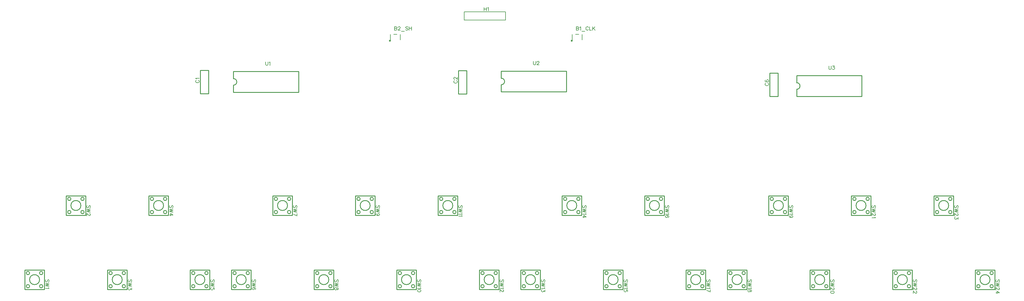
<source format=gto>
G04 Layer: TopSilkscreenLayer*
G04 EasyEDA v6.5.43, 2024-08-15 14:15:18*
G04 cb6e2e9fbd21486d88ae5690d2d3dc00,10*
G04 Gerber Generator version 0.2*
G04 Scale: 100 percent, Rotated: No, Reflected: No *
G04 Dimensions in millimeters *
G04 leading zeros omitted , absolute positions ,4 integer and 5 decimal *
%FSLAX45Y45*%
%MOMM*%

%ADD10C,0.1524*%
%ADD11C,0.2540*%
%ADD12C,0.2032*%
%ADD13C,0.2030*%
%ADD14C,0.3000*%
%ADD15C,0.0123*%

%LPD*%
D10*
X5739937Y4624532D02*
G01*
X5729546Y4619335D01*
X5719155Y4608944D01*
X5713961Y4598555D01*
X5713961Y4577773D01*
X5719155Y4567382D01*
X5729546Y4556991D01*
X5739937Y4551794D01*
X5755525Y4546600D01*
X5781502Y4546600D01*
X5797087Y4551794D01*
X5807478Y4556991D01*
X5817870Y4567382D01*
X5823064Y4577773D01*
X5823064Y4598555D01*
X5817870Y4608944D01*
X5807478Y4619335D01*
X5797087Y4624532D01*
X5734743Y4658822D02*
G01*
X5729546Y4669213D01*
X5713961Y4684798D01*
X5823064Y4684798D01*
X13673206Y4611832D02*
G01*
X13662814Y4606635D01*
X13652423Y4596244D01*
X13647229Y4585855D01*
X13647229Y4565073D01*
X13652423Y4554682D01*
X13662814Y4544291D01*
X13673206Y4539094D01*
X13688794Y4533900D01*
X13714770Y4533900D01*
X13730356Y4539094D01*
X13740747Y4544291D01*
X13751138Y4554682D01*
X13756332Y4565073D01*
X13756332Y4585855D01*
X13751138Y4596244D01*
X13740747Y4606635D01*
X13730356Y4611832D01*
X13673206Y4651316D02*
G01*
X13668011Y4651316D01*
X13657620Y4656513D01*
X13652423Y4661707D01*
X13647229Y4672098D01*
X13647229Y4692881D01*
X13652423Y4703272D01*
X13657620Y4708466D01*
X13668011Y4713663D01*
X13678402Y4713663D01*
X13688794Y4708466D01*
X13704379Y4698075D01*
X13756332Y4646122D01*
X13756332Y4718857D01*
X10082009Y-1596644D02*
G01*
X10092423Y-1586229D01*
X10097503Y-1570736D01*
X10097503Y-1549907D01*
X10092423Y-1534413D01*
X10082009Y-1524000D01*
X10071595Y-1524000D01*
X10061181Y-1529079D01*
X10055847Y-1534413D01*
X10050767Y-1544828D01*
X10040353Y-1576070D01*
X10035273Y-1586229D01*
X10029939Y-1591563D01*
X10019525Y-1596644D01*
X10004031Y-1596644D01*
X9993617Y-1586229D01*
X9988537Y-1570736D01*
X9988537Y-1549907D01*
X9993617Y-1534413D01*
X10004031Y-1524000D01*
X10097503Y-1630934D02*
G01*
X9988537Y-1657095D01*
X10097503Y-1683004D02*
G01*
X9988537Y-1657095D01*
X10097503Y-1683004D02*
G01*
X9988537Y-1708912D01*
X10097503Y-1734820D02*
G01*
X9988537Y-1708912D01*
X10097503Y-1795271D02*
G01*
X10092423Y-1779523D01*
X10082009Y-1774444D01*
X10071595Y-1774444D01*
X10061181Y-1779523D01*
X10055847Y-1789937D01*
X10050767Y-1810765D01*
X10045687Y-1826260D01*
X10035273Y-1836673D01*
X10024859Y-1842007D01*
X10009111Y-1842007D01*
X9998697Y-1836673D01*
X9993617Y-1831594D01*
X9988537Y-1816100D01*
X9988537Y-1795271D01*
X9993617Y-1779523D01*
X9998697Y-1774444D01*
X10009111Y-1769110D01*
X10024859Y-1769110D01*
X10035273Y-1774444D01*
X10045687Y-1784857D01*
X10050767Y-1800352D01*
X10055847Y-1821179D01*
X10061181Y-1831594D01*
X10071595Y-1836673D01*
X10082009Y-1836673D01*
X10092423Y-1831594D01*
X10097503Y-1816100D01*
X10097503Y-1795271D01*
X11352009Y689355D02*
G01*
X11362423Y699770D01*
X11367503Y715263D01*
X11367503Y736092D01*
X11362423Y751586D01*
X11352009Y762000D01*
X11341595Y762000D01*
X11331181Y756920D01*
X11325847Y751586D01*
X11320767Y741171D01*
X11310353Y709929D01*
X11305273Y699770D01*
X11299939Y694436D01*
X11289525Y689355D01*
X11274031Y689355D01*
X11263617Y699770D01*
X11258537Y715263D01*
X11258537Y736092D01*
X11263617Y751586D01*
X11274031Y762000D01*
X11367503Y655065D02*
G01*
X11258537Y628904D01*
X11367503Y602995D02*
G01*
X11258537Y628904D01*
X11367503Y602995D02*
G01*
X11258537Y577087D01*
X11367503Y551179D02*
G01*
X11258537Y577087D01*
X11331181Y449326D02*
G01*
X11315687Y454405D01*
X11305273Y464820D01*
X11299939Y480313D01*
X11299939Y485647D01*
X11305273Y501142D01*
X11315687Y511555D01*
X11331181Y516889D01*
X11336261Y516889D01*
X11352009Y511555D01*
X11362423Y501142D01*
X11367503Y485647D01*
X11367503Y480313D01*
X11362423Y464820D01*
X11352009Y454405D01*
X11331181Y449326D01*
X11305273Y449326D01*
X11279111Y454405D01*
X11263617Y464820D01*
X11258537Y480313D01*
X11258537Y490728D01*
X11263617Y506476D01*
X11274031Y511555D01*
X12622009Y-1596644D02*
G01*
X12632423Y-1586229D01*
X12637503Y-1570736D01*
X12637503Y-1549907D01*
X12632423Y-1534413D01*
X12622009Y-1524000D01*
X12611595Y-1524000D01*
X12601181Y-1529079D01*
X12595847Y-1534413D01*
X12590767Y-1544828D01*
X12580353Y-1576070D01*
X12575273Y-1586229D01*
X12569939Y-1591563D01*
X12559525Y-1596644D01*
X12544031Y-1596644D01*
X12533617Y-1586229D01*
X12528537Y-1570736D01*
X12528537Y-1549907D01*
X12533617Y-1534413D01*
X12544031Y-1524000D01*
X12637503Y-1630934D02*
G01*
X12528537Y-1657095D01*
X12637503Y-1683004D02*
G01*
X12528537Y-1657095D01*
X12637503Y-1683004D02*
G01*
X12528537Y-1708912D01*
X12637503Y-1734820D02*
G01*
X12528537Y-1708912D01*
X12616675Y-1769110D02*
G01*
X12622009Y-1779523D01*
X12637503Y-1795271D01*
X12528537Y-1795271D01*
X12637503Y-1860550D02*
G01*
X12632423Y-1845055D01*
X12616675Y-1834642D01*
X12590767Y-1829562D01*
X12575273Y-1829562D01*
X12549111Y-1834642D01*
X12533617Y-1845055D01*
X12528537Y-1860550D01*
X12528537Y-1870963D01*
X12533617Y-1886712D01*
X12549111Y-1897126D01*
X12575273Y-1902205D01*
X12590767Y-1902205D01*
X12616675Y-1897126D01*
X12632423Y-1886712D01*
X12637503Y-1870963D01*
X12637503Y-1860550D01*
X13892009Y689355D02*
G01*
X13902423Y699770D01*
X13907503Y715263D01*
X13907503Y736092D01*
X13902423Y751586D01*
X13892009Y762000D01*
X13881595Y762000D01*
X13871181Y756920D01*
X13865847Y751586D01*
X13860767Y741171D01*
X13850353Y709929D01*
X13845273Y699770D01*
X13839939Y694436D01*
X13829525Y689355D01*
X13814031Y689355D01*
X13803617Y699770D01*
X13798537Y715263D01*
X13798537Y736092D01*
X13803617Y751586D01*
X13814031Y762000D01*
X13907503Y655065D02*
G01*
X13798537Y628904D01*
X13907503Y602995D02*
G01*
X13798537Y628904D01*
X13907503Y602995D02*
G01*
X13798537Y577087D01*
X13907503Y551179D02*
G01*
X13798537Y577087D01*
X13886675Y516889D02*
G01*
X13892009Y506476D01*
X13907503Y490728D01*
X13798537Y490728D01*
X13886675Y456437D02*
G01*
X13892009Y446023D01*
X13907503Y430529D01*
X13798537Y430529D01*
X15162009Y-1596644D02*
G01*
X15172423Y-1586229D01*
X15177503Y-1570736D01*
X15177503Y-1549907D01*
X15172423Y-1534413D01*
X15162009Y-1524000D01*
X15151595Y-1524000D01*
X15141181Y-1529079D01*
X15135847Y-1534413D01*
X15130767Y-1544828D01*
X15120353Y-1576070D01*
X15115273Y-1586229D01*
X15109939Y-1591563D01*
X15099525Y-1596644D01*
X15084031Y-1596644D01*
X15073617Y-1586229D01*
X15068537Y-1570736D01*
X15068537Y-1549907D01*
X15073617Y-1534413D01*
X15084031Y-1524000D01*
X15177503Y-1630934D02*
G01*
X15068537Y-1657095D01*
X15177503Y-1683004D02*
G01*
X15068537Y-1657095D01*
X15177503Y-1683004D02*
G01*
X15068537Y-1708912D01*
X15177503Y-1734820D02*
G01*
X15068537Y-1708912D01*
X15156675Y-1769110D02*
G01*
X15162009Y-1779523D01*
X15177503Y-1795271D01*
X15068537Y-1795271D01*
X15151595Y-1834642D02*
G01*
X15156675Y-1834642D01*
X15167089Y-1839976D01*
X15172423Y-1845055D01*
X15177503Y-1855470D01*
X15177503Y-1876297D01*
X15172423Y-1886712D01*
X15167089Y-1891792D01*
X15156675Y-1897126D01*
X15146261Y-1897126D01*
X15135847Y-1891792D01*
X15120353Y-1881378D01*
X15068537Y-1829562D01*
X15068537Y-1902205D01*
X16432009Y-1596644D02*
G01*
X16442423Y-1586229D01*
X16447503Y-1570736D01*
X16447503Y-1549907D01*
X16442423Y-1534413D01*
X16432009Y-1524000D01*
X16421595Y-1524000D01*
X16411181Y-1529079D01*
X16405847Y-1534413D01*
X16400767Y-1544828D01*
X16390353Y-1576070D01*
X16385273Y-1586229D01*
X16379939Y-1591563D01*
X16369525Y-1596644D01*
X16354031Y-1596644D01*
X16343617Y-1586229D01*
X16338537Y-1570736D01*
X16338537Y-1549907D01*
X16343617Y-1534413D01*
X16354031Y-1524000D01*
X16447503Y-1630934D02*
G01*
X16338537Y-1657095D01*
X16447503Y-1683004D02*
G01*
X16338537Y-1657095D01*
X16447503Y-1683004D02*
G01*
X16338537Y-1708912D01*
X16447503Y-1734820D02*
G01*
X16338537Y-1708912D01*
X16426675Y-1769110D02*
G01*
X16432009Y-1779523D01*
X16447503Y-1795271D01*
X16338537Y-1795271D01*
X16447503Y-1839976D02*
G01*
X16447503Y-1897126D01*
X16405847Y-1865884D01*
X16405847Y-1881378D01*
X16400767Y-1891792D01*
X16395687Y-1897126D01*
X16379939Y-1902205D01*
X16369525Y-1902205D01*
X16354031Y-1897126D01*
X16343617Y-1886712D01*
X16338537Y-1870963D01*
X16338537Y-1855470D01*
X16343617Y-1839976D01*
X16348697Y-1834642D01*
X16359111Y-1829562D01*
X17702009Y689355D02*
G01*
X17712423Y699770D01*
X17717503Y715263D01*
X17717503Y736092D01*
X17712423Y751586D01*
X17702009Y762000D01*
X17691595Y762000D01*
X17681181Y756920D01*
X17675847Y751586D01*
X17670767Y741171D01*
X17660353Y709929D01*
X17655273Y699770D01*
X17649939Y694436D01*
X17639525Y689355D01*
X17624031Y689355D01*
X17613617Y699770D01*
X17608537Y715263D01*
X17608537Y736092D01*
X17613617Y751586D01*
X17624031Y762000D01*
X17717503Y655065D02*
G01*
X17608537Y628904D01*
X17717503Y602995D02*
G01*
X17608537Y628904D01*
X17717503Y602995D02*
G01*
X17608537Y577087D01*
X17717503Y551179D02*
G01*
X17608537Y577087D01*
X17696675Y516889D02*
G01*
X17702009Y506476D01*
X17717503Y490728D01*
X17608537Y490728D01*
X17717503Y404621D02*
G01*
X17644859Y456437D01*
X17644859Y378460D01*
X17717503Y404621D02*
G01*
X17608537Y404621D01*
X18972009Y-1596644D02*
G01*
X18982423Y-1586229D01*
X18987503Y-1570736D01*
X18987503Y-1549907D01*
X18982423Y-1534413D01*
X18972009Y-1524000D01*
X18961595Y-1524000D01*
X18951181Y-1529079D01*
X18945847Y-1534413D01*
X18940767Y-1544828D01*
X18930353Y-1576070D01*
X18925273Y-1586229D01*
X18919939Y-1591563D01*
X18909525Y-1596644D01*
X18894031Y-1596644D01*
X18883617Y-1586229D01*
X18878537Y-1570736D01*
X18878537Y-1549907D01*
X18883617Y-1534413D01*
X18894031Y-1524000D01*
X18987503Y-1630934D02*
G01*
X18878537Y-1657095D01*
X18987503Y-1683004D02*
G01*
X18878537Y-1657095D01*
X18987503Y-1683004D02*
G01*
X18878537Y-1708912D01*
X18987503Y-1734820D02*
G01*
X18878537Y-1708912D01*
X18966675Y-1769110D02*
G01*
X18972009Y-1779523D01*
X18987503Y-1795271D01*
X18878537Y-1795271D01*
X18987503Y-1891792D02*
G01*
X18987503Y-1839976D01*
X18940767Y-1834642D01*
X18945847Y-1839976D01*
X18951181Y-1855470D01*
X18951181Y-1870963D01*
X18945847Y-1886712D01*
X18935687Y-1897126D01*
X18919939Y-1902205D01*
X18909525Y-1902205D01*
X18894031Y-1897126D01*
X18883617Y-1886712D01*
X18878537Y-1870963D01*
X18878537Y-1855470D01*
X18883617Y-1839976D01*
X18888697Y-1834642D01*
X18899111Y-1829562D01*
X20242009Y689355D02*
G01*
X20252423Y699770D01*
X20257503Y715263D01*
X20257503Y736092D01*
X20252423Y751586D01*
X20242009Y762000D01*
X20231595Y762000D01*
X20221181Y756920D01*
X20215847Y751586D01*
X20210767Y741171D01*
X20200353Y709929D01*
X20195273Y699770D01*
X20189939Y694436D01*
X20179525Y689355D01*
X20164031Y689355D01*
X20153617Y699770D01*
X20148537Y715263D01*
X20148537Y736092D01*
X20153617Y751586D01*
X20164031Y762000D01*
X20257503Y655065D02*
G01*
X20148537Y628904D01*
X20257503Y602995D02*
G01*
X20148537Y628904D01*
X20257503Y602995D02*
G01*
X20148537Y577087D01*
X20257503Y551179D02*
G01*
X20148537Y577087D01*
X20236675Y516889D02*
G01*
X20242009Y506476D01*
X20257503Y490728D01*
X20148537Y490728D01*
X20242009Y394207D02*
G01*
X20252423Y399287D01*
X20257503Y415036D01*
X20257503Y425450D01*
X20252423Y440944D01*
X20236675Y451357D01*
X20210767Y456437D01*
X20184859Y456437D01*
X20164031Y451357D01*
X20153617Y440944D01*
X20148537Y425450D01*
X20148537Y420115D01*
X20153617Y404621D01*
X20164031Y394207D01*
X20179525Y388873D01*
X20184859Y388873D01*
X20200353Y394207D01*
X20210767Y404621D01*
X20215847Y420115D01*
X20215847Y425450D01*
X20210767Y440944D01*
X20200353Y451357D01*
X20184859Y456437D01*
X21512009Y-1596644D02*
G01*
X21522423Y-1586229D01*
X21527503Y-1570736D01*
X21527503Y-1549907D01*
X21522423Y-1534413D01*
X21512009Y-1524000D01*
X21501595Y-1524000D01*
X21491181Y-1529079D01*
X21485847Y-1534413D01*
X21480767Y-1544828D01*
X21470353Y-1576070D01*
X21465273Y-1586229D01*
X21459939Y-1591563D01*
X21449525Y-1596644D01*
X21434031Y-1596644D01*
X21423617Y-1586229D01*
X21418537Y-1570736D01*
X21418537Y-1549907D01*
X21423617Y-1534413D01*
X21434031Y-1524000D01*
X21527503Y-1630934D02*
G01*
X21418537Y-1657095D01*
X21527503Y-1683004D02*
G01*
X21418537Y-1657095D01*
X21527503Y-1683004D02*
G01*
X21418537Y-1708912D01*
X21527503Y-1734820D02*
G01*
X21418537Y-1708912D01*
X21506675Y-1769110D02*
G01*
X21512009Y-1779523D01*
X21527503Y-1795271D01*
X21418537Y-1795271D01*
X21527503Y-1902205D02*
G01*
X21418537Y-1850389D01*
X21527503Y-1829562D02*
G01*
X21527503Y-1902205D01*
X22782009Y-1596644D02*
G01*
X22792423Y-1586229D01*
X22797503Y-1570736D01*
X22797503Y-1549907D01*
X22792423Y-1534413D01*
X22782009Y-1524000D01*
X22771595Y-1524000D01*
X22761181Y-1529079D01*
X22755847Y-1534413D01*
X22750767Y-1544828D01*
X22740353Y-1576070D01*
X22735273Y-1586229D01*
X22729939Y-1591563D01*
X22719525Y-1596644D01*
X22704031Y-1596644D01*
X22693617Y-1586229D01*
X22688537Y-1570736D01*
X22688537Y-1549907D01*
X22693617Y-1534413D01*
X22704031Y-1524000D01*
X22797503Y-1630934D02*
G01*
X22688537Y-1657095D01*
X22797503Y-1683004D02*
G01*
X22688537Y-1657095D01*
X22797503Y-1683004D02*
G01*
X22688537Y-1708912D01*
X22797503Y-1734820D02*
G01*
X22688537Y-1708912D01*
X22776675Y-1769110D02*
G01*
X22782009Y-1779523D01*
X22797503Y-1795271D01*
X22688537Y-1795271D01*
X22797503Y-1855470D02*
G01*
X22792423Y-1839976D01*
X22782009Y-1834642D01*
X22771595Y-1834642D01*
X22761181Y-1839976D01*
X22755847Y-1850389D01*
X22750767Y-1870963D01*
X22745687Y-1886712D01*
X22735273Y-1897126D01*
X22724859Y-1902205D01*
X22709111Y-1902205D01*
X22698697Y-1897126D01*
X22693617Y-1891792D01*
X22688537Y-1876297D01*
X22688537Y-1855470D01*
X22693617Y-1839976D01*
X22698697Y-1834642D01*
X22709111Y-1829562D01*
X22724859Y-1829562D01*
X22735273Y-1834642D01*
X22745687Y-1845055D01*
X22750767Y-1860550D01*
X22755847Y-1881378D01*
X22761181Y-1891792D01*
X22771595Y-1897126D01*
X22782009Y-1897126D01*
X22792423Y-1891792D01*
X22797503Y-1876297D01*
X22797503Y-1855470D01*
X24052009Y689355D02*
G01*
X24062423Y699770D01*
X24067503Y715263D01*
X24067503Y736092D01*
X24062423Y751586D01*
X24052009Y762000D01*
X24041595Y762000D01*
X24031181Y756920D01*
X24025847Y751586D01*
X24020767Y741171D01*
X24010353Y709929D01*
X24005273Y699770D01*
X23999939Y694436D01*
X23989525Y689355D01*
X23974031Y689355D01*
X23963617Y699770D01*
X23958537Y715263D01*
X23958537Y736092D01*
X23963617Y751586D01*
X23974031Y762000D01*
X24067503Y655065D02*
G01*
X23958537Y628904D01*
X24067503Y602995D02*
G01*
X23958537Y628904D01*
X24067503Y602995D02*
G01*
X23958537Y577087D01*
X24067503Y551179D02*
G01*
X23958537Y577087D01*
X24046675Y516889D02*
G01*
X24052009Y506476D01*
X24067503Y490728D01*
X23958537Y490728D01*
X24031181Y388873D02*
G01*
X24015687Y394207D01*
X24005273Y404621D01*
X23999939Y420115D01*
X23999939Y425450D01*
X24005273Y440944D01*
X24015687Y451357D01*
X24031181Y456437D01*
X24036261Y456437D01*
X24052009Y451357D01*
X24062423Y440944D01*
X24067503Y425450D01*
X24067503Y420115D01*
X24062423Y404621D01*
X24052009Y394207D01*
X24031181Y388873D01*
X24005273Y388873D01*
X23979111Y394207D01*
X23963617Y404621D01*
X23958537Y420115D01*
X23958537Y430529D01*
X23963617Y446023D01*
X23974031Y451357D01*
X25322009Y-1596644D02*
G01*
X25332423Y-1586229D01*
X25337503Y-1570736D01*
X25337503Y-1549907D01*
X25332423Y-1534413D01*
X25322009Y-1524000D01*
X25311595Y-1524000D01*
X25301181Y-1529079D01*
X25295847Y-1534413D01*
X25290767Y-1544828D01*
X25280353Y-1576070D01*
X25275273Y-1586229D01*
X25269939Y-1591563D01*
X25259525Y-1596644D01*
X25244031Y-1596644D01*
X25233617Y-1586229D01*
X25228537Y-1570736D01*
X25228537Y-1549907D01*
X25233617Y-1534413D01*
X25244031Y-1524000D01*
X25337503Y-1630934D02*
G01*
X25228537Y-1657095D01*
X25337503Y-1683004D02*
G01*
X25228537Y-1657095D01*
X25337503Y-1683004D02*
G01*
X25228537Y-1708912D01*
X25337503Y-1734820D02*
G01*
X25228537Y-1708912D01*
X25311595Y-1774444D02*
G01*
X25316675Y-1774444D01*
X25327089Y-1779523D01*
X25332423Y-1784857D01*
X25337503Y-1795271D01*
X25337503Y-1816100D01*
X25332423Y-1826260D01*
X25327089Y-1831594D01*
X25316675Y-1836673D01*
X25306261Y-1836673D01*
X25295847Y-1831594D01*
X25280353Y-1821179D01*
X25228537Y-1769110D01*
X25228537Y-1842007D01*
X25337503Y-1907539D02*
G01*
X25332423Y-1891792D01*
X25316675Y-1881378D01*
X25290767Y-1876297D01*
X25275273Y-1876297D01*
X25249111Y-1881378D01*
X25233617Y-1891792D01*
X25228537Y-1907539D01*
X25228537Y-1917700D01*
X25233617Y-1933447D01*
X25249111Y-1943862D01*
X25275273Y-1948942D01*
X25290767Y-1948942D01*
X25316675Y-1943862D01*
X25332423Y-1933447D01*
X25337503Y-1917700D01*
X25337503Y-1907539D01*
X26592009Y689355D02*
G01*
X26602423Y699770D01*
X26607503Y715263D01*
X26607503Y736092D01*
X26602423Y751586D01*
X26592009Y762000D01*
X26581595Y762000D01*
X26571181Y756920D01*
X26565847Y751586D01*
X26560767Y741171D01*
X26550353Y709929D01*
X26545273Y699770D01*
X26539939Y694436D01*
X26529525Y689355D01*
X26514031Y689355D01*
X26503617Y699770D01*
X26498537Y715263D01*
X26498537Y736092D01*
X26503617Y751586D01*
X26514031Y762000D01*
X26607503Y655065D02*
G01*
X26498537Y628904D01*
X26607503Y602995D02*
G01*
X26498537Y628904D01*
X26607503Y602995D02*
G01*
X26498537Y577087D01*
X26607503Y551179D02*
G01*
X26498537Y577087D01*
X26581595Y511555D02*
G01*
X26586675Y511555D01*
X26597089Y506476D01*
X26602423Y501142D01*
X26607503Y490728D01*
X26607503Y469900D01*
X26602423Y459739D01*
X26597089Y454405D01*
X26586675Y449326D01*
X26576261Y449326D01*
X26565847Y454405D01*
X26550353Y464820D01*
X26498537Y516889D01*
X26498537Y443992D01*
X26586675Y409702D02*
G01*
X26592009Y399287D01*
X26607503Y383794D01*
X26498537Y383794D01*
X27862009Y-1596644D02*
G01*
X27872423Y-1586229D01*
X27877503Y-1570736D01*
X27877503Y-1549907D01*
X27872423Y-1534413D01*
X27862009Y-1524000D01*
X27851595Y-1524000D01*
X27841181Y-1529079D01*
X27835847Y-1534413D01*
X27830767Y-1544828D01*
X27820353Y-1576070D01*
X27815273Y-1586229D01*
X27809939Y-1591563D01*
X27799525Y-1596644D01*
X27784031Y-1596644D01*
X27773617Y-1586229D01*
X27768537Y-1570736D01*
X27768537Y-1549907D01*
X27773617Y-1534413D01*
X27784031Y-1524000D01*
X27877503Y-1630934D02*
G01*
X27768537Y-1657095D01*
X27877503Y-1683004D02*
G01*
X27768537Y-1657095D01*
X27877503Y-1683004D02*
G01*
X27768537Y-1708912D01*
X27877503Y-1734820D02*
G01*
X27768537Y-1708912D01*
X27851595Y-1774444D02*
G01*
X27856675Y-1774444D01*
X27867089Y-1779523D01*
X27872423Y-1784857D01*
X27877503Y-1795271D01*
X27877503Y-1816100D01*
X27872423Y-1826260D01*
X27867089Y-1831594D01*
X27856675Y-1836673D01*
X27846261Y-1836673D01*
X27835847Y-1831594D01*
X27820353Y-1821179D01*
X27768537Y-1769110D01*
X27768537Y-1842007D01*
X27851595Y-1881378D02*
G01*
X27856675Y-1881378D01*
X27867089Y-1886712D01*
X27872423Y-1891792D01*
X27877503Y-1902205D01*
X27877503Y-1923034D01*
X27872423Y-1933447D01*
X27867089Y-1938528D01*
X27856675Y-1943862D01*
X27846261Y-1943862D01*
X27835847Y-1938528D01*
X27820353Y-1928113D01*
X27768537Y-1876297D01*
X27768537Y-1948942D01*
X29132009Y689355D02*
G01*
X29142423Y699770D01*
X29147503Y715263D01*
X29147503Y736092D01*
X29142423Y751586D01*
X29132009Y762000D01*
X29121595Y762000D01*
X29111181Y756920D01*
X29105847Y751586D01*
X29100767Y741171D01*
X29090353Y709929D01*
X29085273Y699770D01*
X29079939Y694436D01*
X29069525Y689355D01*
X29054031Y689355D01*
X29043617Y699770D01*
X29038537Y715263D01*
X29038537Y736092D01*
X29043617Y751586D01*
X29054031Y762000D01*
X29147503Y655065D02*
G01*
X29038537Y628904D01*
X29147503Y602995D02*
G01*
X29038537Y628904D01*
X29147503Y602995D02*
G01*
X29038537Y577087D01*
X29147503Y551179D02*
G01*
X29038537Y577087D01*
X29121595Y511555D02*
G01*
X29126675Y511555D01*
X29137089Y506476D01*
X29142423Y501142D01*
X29147503Y490728D01*
X29147503Y469900D01*
X29142423Y459739D01*
X29137089Y454405D01*
X29126675Y449326D01*
X29116261Y449326D01*
X29105847Y454405D01*
X29090353Y464820D01*
X29038537Y516889D01*
X29038537Y443992D01*
X29147503Y399287D02*
G01*
X29147503Y342137D01*
X29105847Y373379D01*
X29105847Y357886D01*
X29100767Y347471D01*
X29095687Y342137D01*
X29079939Y337057D01*
X29069525Y337057D01*
X29054031Y342137D01*
X29043617Y352552D01*
X29038537Y368300D01*
X29038537Y383794D01*
X29043617Y399287D01*
X29048697Y404621D01*
X29059111Y409702D01*
X30402009Y-1596644D02*
G01*
X30412423Y-1586229D01*
X30417503Y-1570736D01*
X30417503Y-1549907D01*
X30412423Y-1534413D01*
X30402009Y-1524000D01*
X30391595Y-1524000D01*
X30381181Y-1529079D01*
X30375847Y-1534413D01*
X30370767Y-1544828D01*
X30360353Y-1576070D01*
X30355273Y-1586229D01*
X30349939Y-1591563D01*
X30339525Y-1596644D01*
X30324031Y-1596644D01*
X30313617Y-1586229D01*
X30308537Y-1570736D01*
X30308537Y-1549907D01*
X30313617Y-1534413D01*
X30324031Y-1524000D01*
X30417503Y-1630934D02*
G01*
X30308537Y-1657095D01*
X30417503Y-1683004D02*
G01*
X30308537Y-1657095D01*
X30417503Y-1683004D02*
G01*
X30308537Y-1708912D01*
X30417503Y-1734820D02*
G01*
X30308537Y-1708912D01*
X30391595Y-1774444D02*
G01*
X30396675Y-1774444D01*
X30407089Y-1779523D01*
X30412423Y-1784857D01*
X30417503Y-1795271D01*
X30417503Y-1816100D01*
X30412423Y-1826260D01*
X30407089Y-1831594D01*
X30396675Y-1836673D01*
X30386261Y-1836673D01*
X30375847Y-1831594D01*
X30360353Y-1821179D01*
X30308537Y-1769110D01*
X30308537Y-1842007D01*
X30417503Y-1928113D02*
G01*
X30344859Y-1876297D01*
X30344859Y-1954276D01*
X30417503Y-1928113D02*
G01*
X30308537Y-1928113D01*
X1192009Y-1596669D02*
G01*
X1202423Y-1586255D01*
X1207503Y-1570761D01*
X1207503Y-1549933D01*
X1202423Y-1534439D01*
X1192009Y-1524025D01*
X1181595Y-1524025D01*
X1171181Y-1529105D01*
X1165847Y-1534439D01*
X1160767Y-1544853D01*
X1150353Y-1575841D01*
X1145273Y-1586255D01*
X1139939Y-1591589D01*
X1129525Y-1596669D01*
X1114031Y-1596669D01*
X1103617Y-1586255D01*
X1098537Y-1570761D01*
X1098537Y-1549933D01*
X1103617Y-1534439D01*
X1114031Y-1524025D01*
X1207503Y-1630959D02*
G01*
X1098537Y-1657121D01*
X1207503Y-1683029D02*
G01*
X1098537Y-1657121D01*
X1207503Y-1683029D02*
G01*
X1098537Y-1708937D01*
X1207503Y-1734845D02*
G01*
X1098537Y-1708937D01*
X1186675Y-1769135D02*
G01*
X1192009Y-1779549D01*
X1207503Y-1795297D01*
X1098537Y-1795297D01*
X2462009Y689355D02*
G01*
X2472423Y699770D01*
X2477503Y715263D01*
X2477503Y736092D01*
X2472423Y751586D01*
X2462009Y762000D01*
X2451595Y762000D01*
X2441181Y756920D01*
X2435847Y751586D01*
X2430767Y741171D01*
X2420353Y709929D01*
X2415273Y699770D01*
X2409939Y694436D01*
X2399525Y689355D01*
X2384031Y689355D01*
X2373617Y699770D01*
X2368283Y715263D01*
X2368283Y736092D01*
X2373617Y751586D01*
X2384031Y762000D01*
X2477503Y655065D02*
G01*
X2368283Y628904D01*
X2477503Y602995D02*
G01*
X2368283Y628904D01*
X2477503Y602995D02*
G01*
X2368283Y577087D01*
X2477503Y551179D02*
G01*
X2368283Y577087D01*
X2451595Y511555D02*
G01*
X2456675Y511555D01*
X2467089Y506476D01*
X2472423Y501142D01*
X2477503Y490728D01*
X2477503Y469900D01*
X2472423Y459739D01*
X2467089Y454405D01*
X2456675Y449326D01*
X2446261Y449326D01*
X2435847Y454405D01*
X2420353Y464820D01*
X2368283Y516889D01*
X2368283Y443992D01*
X3732009Y-1596644D02*
G01*
X3742423Y-1586229D01*
X3747503Y-1570736D01*
X3747503Y-1549907D01*
X3742423Y-1534413D01*
X3732009Y-1524000D01*
X3721595Y-1524000D01*
X3711181Y-1529079D01*
X3705847Y-1534413D01*
X3700767Y-1544828D01*
X3690353Y-1576070D01*
X3685273Y-1586229D01*
X3679939Y-1591563D01*
X3669525Y-1596644D01*
X3654031Y-1596644D01*
X3643617Y-1586229D01*
X3638283Y-1570736D01*
X3638283Y-1549907D01*
X3643617Y-1534413D01*
X3654031Y-1524000D01*
X3747503Y-1630934D02*
G01*
X3638283Y-1657095D01*
X3747503Y-1683004D02*
G01*
X3638283Y-1657095D01*
X3747503Y-1683004D02*
G01*
X3638283Y-1708912D01*
X3747503Y-1734820D02*
G01*
X3638283Y-1708912D01*
X3747503Y-1779523D02*
G01*
X3747503Y-1836673D01*
X3705847Y-1805686D01*
X3705847Y-1821179D01*
X3700767Y-1831594D01*
X3695433Y-1836673D01*
X3679939Y-1842007D01*
X3669525Y-1842007D01*
X3654031Y-1836673D01*
X3643617Y-1826260D01*
X3638283Y-1810765D01*
X3638283Y-1795271D01*
X3643617Y-1779523D01*
X3648697Y-1774444D01*
X3659111Y-1769110D01*
X5002009Y689355D02*
G01*
X5012423Y699770D01*
X5017503Y715263D01*
X5017503Y736092D01*
X5012423Y751586D01*
X5002009Y762000D01*
X4991595Y762000D01*
X4981181Y756920D01*
X4975847Y751586D01*
X4970767Y741171D01*
X4960353Y709929D01*
X4955273Y699770D01*
X4949939Y694436D01*
X4939525Y689355D01*
X4924031Y689355D01*
X4913617Y699770D01*
X4908283Y715263D01*
X4908283Y736092D01*
X4913617Y751586D01*
X4924031Y762000D01*
X5017503Y655065D02*
G01*
X4908283Y628904D01*
X5017503Y602995D02*
G01*
X4908283Y628904D01*
X5017503Y602995D02*
G01*
X4908283Y577087D01*
X5017503Y551179D02*
G01*
X4908283Y577087D01*
X5017503Y464820D02*
G01*
X4944859Y516889D01*
X4944859Y438912D01*
X5017503Y464820D02*
G01*
X4908283Y464820D01*
X6272009Y-1596644D02*
G01*
X6282423Y-1586229D01*
X6287503Y-1570736D01*
X6287503Y-1549907D01*
X6282423Y-1534413D01*
X6272009Y-1524000D01*
X6261595Y-1524000D01*
X6251181Y-1529079D01*
X6245847Y-1534413D01*
X6240767Y-1544828D01*
X6230353Y-1576070D01*
X6225273Y-1586229D01*
X6219939Y-1591563D01*
X6209525Y-1596644D01*
X6194031Y-1596644D01*
X6183617Y-1586229D01*
X6178283Y-1570736D01*
X6178283Y-1549907D01*
X6183617Y-1534413D01*
X6194031Y-1524000D01*
X6287503Y-1630934D02*
G01*
X6178283Y-1657095D01*
X6287503Y-1683004D02*
G01*
X6178283Y-1657095D01*
X6287503Y-1683004D02*
G01*
X6178283Y-1708912D01*
X6287503Y-1734820D02*
G01*
X6178283Y-1708912D01*
X6287503Y-1831594D02*
G01*
X6287503Y-1779523D01*
X6240767Y-1774444D01*
X6245847Y-1779523D01*
X6251181Y-1795271D01*
X6251181Y-1810765D01*
X6245847Y-1826260D01*
X6235433Y-1836673D01*
X6219939Y-1842007D01*
X6209525Y-1842007D01*
X6194031Y-1836673D01*
X6183617Y-1826260D01*
X6178283Y-1810765D01*
X6178283Y-1795271D01*
X6183617Y-1779523D01*
X6188697Y-1774444D01*
X6199111Y-1769110D01*
X7542009Y-1596644D02*
G01*
X7552423Y-1586229D01*
X7557503Y-1570736D01*
X7557503Y-1549907D01*
X7552423Y-1534413D01*
X7542009Y-1524000D01*
X7531595Y-1524000D01*
X7521181Y-1529079D01*
X7515847Y-1534413D01*
X7510767Y-1544828D01*
X7500353Y-1576070D01*
X7495273Y-1586229D01*
X7489939Y-1591563D01*
X7479525Y-1596644D01*
X7464031Y-1596644D01*
X7453617Y-1586229D01*
X7448283Y-1570736D01*
X7448283Y-1549907D01*
X7453617Y-1534413D01*
X7464031Y-1524000D01*
X7557503Y-1630934D02*
G01*
X7448283Y-1657095D01*
X7557503Y-1683004D02*
G01*
X7448283Y-1657095D01*
X7557503Y-1683004D02*
G01*
X7448283Y-1708912D01*
X7557503Y-1734820D02*
G01*
X7448283Y-1708912D01*
X7542009Y-1831594D02*
G01*
X7552423Y-1826260D01*
X7557503Y-1810765D01*
X7557503Y-1800352D01*
X7552423Y-1784857D01*
X7536675Y-1774444D01*
X7510767Y-1769110D01*
X7484859Y-1769110D01*
X7464031Y-1774444D01*
X7453617Y-1784857D01*
X7448283Y-1800352D01*
X7448283Y-1805686D01*
X7453617Y-1821179D01*
X7464031Y-1831594D01*
X7479525Y-1836673D01*
X7484859Y-1836673D01*
X7500353Y-1831594D01*
X7510767Y-1821179D01*
X7515847Y-1805686D01*
X7515847Y-1800352D01*
X7510767Y-1784857D01*
X7500353Y-1774444D01*
X7484859Y-1769110D01*
X8812009Y689355D02*
G01*
X8822423Y699770D01*
X8827503Y715263D01*
X8827503Y736092D01*
X8822423Y751586D01*
X8812009Y762000D01*
X8801595Y762000D01*
X8791181Y756920D01*
X8785847Y751586D01*
X8780767Y741171D01*
X8770353Y709929D01*
X8765273Y699770D01*
X8759939Y694436D01*
X8749525Y689355D01*
X8734031Y689355D01*
X8723617Y699770D01*
X8718283Y715263D01*
X8718283Y736092D01*
X8723617Y751586D01*
X8734031Y762000D01*
X8827503Y655065D02*
G01*
X8718283Y628904D01*
X8827503Y602995D02*
G01*
X8718283Y628904D01*
X8827503Y602995D02*
G01*
X8718283Y577087D01*
X8827503Y551179D02*
G01*
X8718283Y577087D01*
X8827503Y443992D02*
G01*
X8718283Y496062D01*
X8827503Y516889D02*
G01*
X8827503Y443992D01*
X23240491Y4535678D02*
G01*
X23230077Y4530344D01*
X23219663Y4519929D01*
X23214584Y4509770D01*
X23214584Y4488942D01*
X23219663Y4478528D01*
X23230077Y4468113D01*
X23240491Y4462779D01*
X23256240Y4457700D01*
X23282148Y4457700D01*
X23297641Y4462779D01*
X23308056Y4468113D01*
X23318470Y4478528D01*
X23323550Y4488942D01*
X23323550Y4509770D01*
X23318470Y4519929D01*
X23308056Y4530344D01*
X23297641Y4535678D01*
X23230077Y4632197D02*
G01*
X23219663Y4627118D01*
X23214584Y4611370D01*
X23214584Y4601210D01*
X23219663Y4585462D01*
X23235411Y4575047D01*
X23261320Y4569968D01*
X23287227Y4569968D01*
X23308056Y4575047D01*
X23318470Y4585462D01*
X23323550Y4601210D01*
X23323550Y4606289D01*
X23318470Y4621784D01*
X23308056Y4632197D01*
X23292561Y4637531D01*
X23287227Y4637531D01*
X23271734Y4632197D01*
X23261320Y4621784D01*
X23256240Y4606289D01*
X23256240Y4601210D01*
X23261320Y4585462D01*
X23271734Y4575047D01*
X23287227Y4569968D01*
X7862163Y5191937D02*
G01*
X7862163Y5113959D01*
X7867243Y5098465D01*
X7877657Y5088051D01*
X7893405Y5082971D01*
X7903819Y5082971D01*
X7919313Y5088051D01*
X7929727Y5098465D01*
X7934807Y5113959D01*
X7934807Y5191937D01*
X7969097Y5171109D02*
G01*
X7979511Y5176443D01*
X7995259Y5191937D01*
X7995259Y5082971D01*
X16091763Y5204637D02*
G01*
X16091763Y5126659D01*
X16096843Y5111165D01*
X16107257Y5100751D01*
X16123005Y5095671D01*
X16133419Y5095671D01*
X16148913Y5100751D01*
X16159327Y5111165D01*
X16164407Y5126659D01*
X16164407Y5204637D01*
X16204031Y5178729D02*
G01*
X16204031Y5183809D01*
X16209111Y5194223D01*
X16214445Y5199557D01*
X16224859Y5204637D01*
X16245433Y5204637D01*
X16255847Y5199557D01*
X16261181Y5194223D01*
X16266261Y5183809D01*
X16266261Y5173395D01*
X16261181Y5162981D01*
X16250767Y5147487D01*
X16198697Y5095671D01*
X16271595Y5095671D01*
X25172263Y5064937D02*
G01*
X25172263Y4986959D01*
X25177343Y4971465D01*
X25187757Y4961051D01*
X25203505Y4955971D01*
X25213919Y4955971D01*
X25229413Y4961051D01*
X25239827Y4971465D01*
X25244907Y4986959D01*
X25244907Y5064937D01*
X25289611Y5064937D02*
G01*
X25346761Y5064937D01*
X25315773Y5023281D01*
X25331267Y5023281D01*
X25341681Y5018201D01*
X25346761Y5013121D01*
X25352095Y4997373D01*
X25352095Y4986959D01*
X25346761Y4971465D01*
X25336347Y4961051D01*
X25320853Y4955971D01*
X25305359Y4955971D01*
X25289611Y4961051D01*
X25284531Y4966131D01*
X25279197Y4976545D01*
X17411700Y6274815D02*
G01*
X17411700Y6165850D01*
X17411700Y6274815D02*
G01*
X17458436Y6274815D01*
X17473929Y6269736D01*
X17479263Y6264402D01*
X17484343Y6253987D01*
X17484343Y6243573D01*
X17479263Y6233160D01*
X17473929Y6228079D01*
X17458436Y6223000D01*
X17411700Y6223000D02*
G01*
X17458436Y6223000D01*
X17473929Y6217665D01*
X17479263Y6212586D01*
X17484343Y6202171D01*
X17484343Y6186423D01*
X17479263Y6176010D01*
X17473929Y6170929D01*
X17458436Y6165850D01*
X17411700Y6165850D01*
X17518634Y6253987D02*
G01*
X17529048Y6259321D01*
X17544795Y6274815D01*
X17544795Y6165850D01*
X17579086Y6129273D02*
G01*
X17672558Y6129273D01*
X17784825Y6248907D02*
G01*
X17779491Y6259321D01*
X17769077Y6269736D01*
X17758663Y6274815D01*
X17738090Y6274815D01*
X17727675Y6269736D01*
X17717261Y6259321D01*
X17711927Y6248907D01*
X17706848Y6233160D01*
X17706848Y6207252D01*
X17711927Y6191757D01*
X17717261Y6181344D01*
X17727675Y6170929D01*
X17738090Y6165850D01*
X17758663Y6165850D01*
X17769077Y6170929D01*
X17779491Y6181344D01*
X17784825Y6191757D01*
X17819116Y6274815D02*
G01*
X17819116Y6165850D01*
X17819116Y6165850D02*
G01*
X17881345Y6165850D01*
X17915636Y6274815D02*
G01*
X17915636Y6165850D01*
X17988279Y6274815D02*
G01*
X17915636Y6202171D01*
X17941543Y6228079D02*
G01*
X17988279Y6165850D01*
X11823700Y6274815D02*
G01*
X11823700Y6165850D01*
X11823700Y6274815D02*
G01*
X11870436Y6274815D01*
X11885929Y6269736D01*
X11891263Y6264402D01*
X11896343Y6253987D01*
X11896343Y6243573D01*
X11891263Y6233160D01*
X11885929Y6228079D01*
X11870436Y6223000D01*
X11823700Y6223000D02*
G01*
X11870436Y6223000D01*
X11885929Y6217665D01*
X11891263Y6212586D01*
X11896343Y6202171D01*
X11896343Y6186423D01*
X11891263Y6176010D01*
X11885929Y6170929D01*
X11870436Y6165850D01*
X11823700Y6165850D01*
X11935968Y6248907D02*
G01*
X11935968Y6253987D01*
X11941047Y6264402D01*
X11946381Y6269736D01*
X11956795Y6274815D01*
X11977370Y6274815D01*
X11987784Y6269736D01*
X11993118Y6264402D01*
X11998197Y6253987D01*
X11998197Y6243573D01*
X11993118Y6233160D01*
X11982704Y6217665D01*
X11930634Y6165850D01*
X12003531Y6165850D01*
X12037822Y6129273D02*
G01*
X12131293Y6129273D01*
X12238227Y6259321D02*
G01*
X12227813Y6269736D01*
X12212320Y6274815D01*
X12191491Y6274815D01*
X12175997Y6269736D01*
X12165584Y6259321D01*
X12165584Y6248907D01*
X12170663Y6238494D01*
X12175997Y6233160D01*
X12186411Y6228079D01*
X12217400Y6217665D01*
X12227813Y6212586D01*
X12233147Y6207252D01*
X12238227Y6196837D01*
X12238227Y6181344D01*
X12227813Y6170929D01*
X12212320Y6165850D01*
X12191491Y6165850D01*
X12175997Y6170929D01*
X12165584Y6181344D01*
X12272518Y6274815D02*
G01*
X12272518Y6165850D01*
X12345415Y6274815D02*
G01*
X12345415Y6165850D01*
X12272518Y6223000D02*
G01*
X12345415Y6223000D01*
X14579600Y6871715D02*
G01*
X14579600Y6762750D01*
X14652243Y6871715D02*
G01*
X14652243Y6762750D01*
X14579600Y6819900D02*
G01*
X14652243Y6819900D01*
X14686534Y6850887D02*
G01*
X14696947Y6856221D01*
X14712695Y6871715D01*
X14712695Y6762750D01*
D11*
X5856706Y4212005D02*
G01*
X6106693Y4212005D01*
X5856706Y4212005D02*
G01*
X5856706Y4931994D01*
X6106693Y4931994D02*
G01*
X5856706Y4931994D01*
X6106693Y4931994D02*
G01*
X6106693Y4212005D01*
X13789974Y4199305D02*
G01*
X14039961Y4199305D01*
X13789974Y4199305D02*
G01*
X13789974Y4919294D01*
X14039961Y4919294D02*
G01*
X13789974Y4919294D01*
X14039961Y4919294D02*
G01*
X14039961Y4199305D01*
X9951986Y-1224000D02*
G01*
X9951986Y-1823999D01*
X9351987Y-1823999D01*
X9351987Y-1224000D01*
X9951986Y-1224000D01*
X11221986Y1061999D02*
G01*
X11221986Y462000D01*
X10621987Y462000D01*
X10621987Y1061999D01*
X11221986Y1061999D01*
X12491986Y-1224000D02*
G01*
X12491986Y-1823999D01*
X11891987Y-1823999D01*
X11891987Y-1224000D01*
X12491986Y-1224000D01*
X13761986Y1061999D02*
G01*
X13761986Y462000D01*
X13161987Y462000D01*
X13161987Y1061999D01*
X13761986Y1061999D01*
X15031986Y-1224000D02*
G01*
X15031986Y-1823999D01*
X14431987Y-1823999D01*
X14431987Y-1224000D01*
X15031986Y-1224000D01*
X16301986Y-1224000D02*
G01*
X16301986Y-1823999D01*
X15701987Y-1823999D01*
X15701987Y-1224000D01*
X16301986Y-1224000D01*
X17571986Y1061999D02*
G01*
X17571986Y462000D01*
X16971987Y462000D01*
X16971987Y1061999D01*
X17571986Y1061999D01*
X18841986Y-1224000D02*
G01*
X18841986Y-1823999D01*
X18241987Y-1823999D01*
X18241987Y-1224000D01*
X18841986Y-1224000D01*
X20111986Y1061999D02*
G01*
X20111986Y462000D01*
X19511987Y462000D01*
X19511987Y1061999D01*
X20111986Y1061999D01*
X21381986Y-1224000D02*
G01*
X21381986Y-1823999D01*
X20781987Y-1823999D01*
X20781987Y-1224000D01*
X21381986Y-1224000D01*
X22651986Y-1224000D02*
G01*
X22651986Y-1823999D01*
X22051987Y-1823999D01*
X22051987Y-1224000D01*
X22651986Y-1224000D01*
X23921986Y1061999D02*
G01*
X23921986Y462000D01*
X23321987Y462000D01*
X23321987Y1061999D01*
X23921986Y1061999D01*
X25191986Y-1224000D02*
G01*
X25191986Y-1823999D01*
X24591987Y-1823999D01*
X24591987Y-1224000D01*
X25191986Y-1224000D01*
X26461986Y1061999D02*
G01*
X26461986Y462000D01*
X25861987Y462000D01*
X25861987Y1061999D01*
X26461986Y1061999D01*
X27731986Y-1224000D02*
G01*
X27731986Y-1823999D01*
X27131987Y-1823999D01*
X27131987Y-1224000D01*
X27731986Y-1224000D01*
X29001986Y1061999D02*
G01*
X29001986Y462000D01*
X28401987Y462000D01*
X28401987Y1061999D01*
X29001986Y1061999D01*
X30271986Y-1224000D02*
G01*
X30271986Y-1823999D01*
X29671987Y-1823999D01*
X29671987Y-1224000D01*
X30271986Y-1224000D01*
X1061986Y-1224000D02*
G01*
X1061986Y-1823999D01*
X461987Y-1823999D01*
X461987Y-1224000D01*
X1061986Y-1224000D01*
X2331986Y1061999D02*
G01*
X2331986Y462000D01*
X1731987Y462000D01*
X1731987Y1061999D01*
X2331986Y1061999D01*
X3601986Y-1224000D02*
G01*
X3601986Y-1823999D01*
X3001987Y-1823999D01*
X3001987Y-1224000D01*
X3601986Y-1224000D01*
X4871986Y1061999D02*
G01*
X4871986Y462000D01*
X4271987Y462000D01*
X4271987Y1061999D01*
X4871986Y1061999D01*
X6141986Y-1224000D02*
G01*
X6141986Y-1823999D01*
X5541987Y-1823999D01*
X5541987Y-1224000D01*
X6141986Y-1224000D01*
X7411986Y-1224000D02*
G01*
X7411986Y-1823999D01*
X6811987Y-1823999D01*
X6811987Y-1224000D01*
X7411986Y-1224000D01*
X8681986Y1061999D02*
G01*
X8681986Y462000D01*
X8081987Y462000D01*
X8081987Y1061999D01*
X8681986Y1061999D01*
X23357306Y4123105D02*
G01*
X23607293Y4123105D01*
X23357306Y4123105D02*
G01*
X23357306Y4843094D01*
X23607293Y4843094D02*
G01*
X23357306Y4843094D01*
X23607293Y4843094D02*
G01*
X23607293Y4123105D01*
X6873994Y4671821D02*
G01*
X6873994Y4891811D01*
X6873994Y4252013D02*
G01*
X6873994Y4472002D01*
X8873987Y4891989D02*
G01*
X6873994Y4891989D01*
X8873987Y4252013D02*
G01*
X6873994Y4252013D01*
X8873987Y4252013D02*
G01*
X8873987Y4891989D01*
X15103594Y4684521D02*
G01*
X15103594Y4904511D01*
X15103594Y4264713D02*
G01*
X15103594Y4484702D01*
X17103587Y4904689D02*
G01*
X15103594Y4904689D01*
X17103587Y4264713D02*
G01*
X15103594Y4264713D01*
X17103587Y4264713D02*
G01*
X17103587Y4904689D01*
X24184094Y4544821D02*
G01*
X24184094Y4764811D01*
X24184094Y4125013D02*
G01*
X24184094Y4345002D01*
X26184087Y4764989D02*
G01*
X24184094Y4764989D01*
X26184087Y4125013D02*
G01*
X24184094Y4125013D01*
X26184087Y4125013D02*
G01*
X26184087Y4764989D01*
D10*
X17284479Y5871179D02*
G01*
X17284479Y6041420D01*
X17589720Y5871179D02*
G01*
X17589720Y6041420D01*
X17484740Y6041420D02*
G01*
X17389459Y6041420D01*
X11696479Y5871179D02*
G01*
X11696479Y6041420D01*
X12001720Y5871179D02*
G01*
X12001720Y6041420D01*
X11896740Y6041420D02*
G01*
X11801459Y6041420D01*
D12*
X14160500Y6731000D02*
G01*
X13970000Y6731000D01*
X13970000Y6477000D01*
X15240000Y6477000D01*
X15240000Y6731000D01*
D13*
X15240000Y6731000D02*
G01*
X14160500Y6731000D01*
D11*
G75*
G01*
X6873994Y4672000D02*
G02*
X6878996Y4472003I2501J-99999D01*
G75*
G01*
X15103594Y4684700D02*
G02*
X15108596Y4484703I2501J-99999D01*
G75*
G01*
X24184094Y4545000D02*
G02*
X24189096Y4345003I2501J-99999D01*
G75*
G01
X9804933Y-1524000D02*
G03X9804933Y-1524000I-152933J0D01*
G75*
G01
X9499600Y-1727200D02*
G03X9499600Y-1727200I-50800J0D01*
G75*
G01
X9499600Y-1320800D02*
G03X9499600Y-1320800I-50800J0D01*
G75*
G01
X9906000Y-1727200D02*
G03X9906000Y-1727200I-50800J0D01*
G75*
G01
X9905848Y-1321003D02*
G03X9905848Y-1321003I-50800J0D01*
G75*
G01
X11074933Y762000D02*
G03X11074933Y762000I-152933J0D01*
G75*
G01
X10769600Y558800D02*
G03X10769600Y558800I-50800J0D01*
G75*
G01
X10769600Y965200D02*
G03X10769600Y965200I-50800J0D01*
G75*
G01
X11176000Y558800D02*
G03X11176000Y558800I-50800J0D01*
G75*
G01
X11175848Y964997D02*
G03X11175848Y964997I-50800J0D01*
G75*
G01
X12344933Y-1524000D02*
G03X12344933Y-1524000I-152933J0D01*
G75*
G01
X12039600Y-1727200D02*
G03X12039600Y-1727200I-50800J0D01*
G75*
G01
X12039600Y-1320800D02*
G03X12039600Y-1320800I-50800J0D01*
G75*
G01
X12446000Y-1727200D02*
G03X12446000Y-1727200I-50800J0D01*
G75*
G01
X12445848Y-1321003D02*
G03X12445848Y-1321003I-50800J0D01*
G75*
G01
X13614933Y762000D02*
G03X13614933Y762000I-152933J0D01*
G75*
G01
X13309600Y558800D02*
G03X13309600Y558800I-50800J0D01*
G75*
G01
X13309600Y965200D02*
G03X13309600Y965200I-50800J0D01*
G75*
G01
X13716000Y558800D02*
G03X13716000Y558800I-50800J0D01*
G75*
G01
X13715848Y964997D02*
G03X13715848Y964997I-50800J0D01*
G75*
G01
X14884933Y-1524000D02*
G03X14884933Y-1524000I-152933J0D01*
G75*
G01
X14579600Y-1727200D02*
G03X14579600Y-1727200I-50800J0D01*
G75*
G01
X14579600Y-1320800D02*
G03X14579600Y-1320800I-50800J0D01*
G75*
G01
X14986000Y-1727200D02*
G03X14986000Y-1727200I-50800J0D01*
G75*
G01
X14985848Y-1321003D02*
G03X14985848Y-1321003I-50800J0D01*
G75*
G01
X16154933Y-1524000D02*
G03X16154933Y-1524000I-152933J0D01*
G75*
G01
X15849600Y-1727200D02*
G03X15849600Y-1727200I-50800J0D01*
G75*
G01
X15849600Y-1320800D02*
G03X15849600Y-1320800I-50800J0D01*
G75*
G01
X16256000Y-1727200D02*
G03X16256000Y-1727200I-50800J0D01*
G75*
G01
X16255848Y-1321003D02*
G03X16255848Y-1321003I-50800J0D01*
G75*
G01
X17424933Y762000D02*
G03X17424933Y762000I-152933J0D01*
G75*
G01
X17119600Y558800D02*
G03X17119600Y558800I-50800J0D01*
G75*
G01
X17119600Y965200D02*
G03X17119600Y965200I-50800J0D01*
G75*
G01
X17526000Y558800D02*
G03X17526000Y558800I-50800J0D01*
G75*
G01
X17525848Y964997D02*
G03X17525848Y964997I-50800J0D01*
G75*
G01
X18694933Y-1524000D02*
G03X18694933Y-1524000I-152933J0D01*
G75*
G01
X18389600Y-1727200D02*
G03X18389600Y-1727200I-50800J0D01*
G75*
G01
X18389600Y-1320800D02*
G03X18389600Y-1320800I-50800J0D01*
G75*
G01
X18796000Y-1727200D02*
G03X18796000Y-1727200I-50800J0D01*
G75*
G01
X18795848Y-1321003D02*
G03X18795848Y-1321003I-50800J0D01*
G75*
G01
X19964933Y762000D02*
G03X19964933Y762000I-152933J0D01*
G75*
G01
X19659600Y558800D02*
G03X19659600Y558800I-50800J0D01*
G75*
G01
X19659600Y965200D02*
G03X19659600Y965200I-50800J0D01*
G75*
G01
X20066000Y558800D02*
G03X20066000Y558800I-50800J0D01*
G75*
G01
X20065848Y964997D02*
G03X20065848Y964997I-50800J0D01*
G75*
G01
X21234933Y-1524000D02*
G03X21234933Y-1524000I-152933J0D01*
G75*
G01
X20929600Y-1727200D02*
G03X20929600Y-1727200I-50800J0D01*
G75*
G01
X20929600Y-1320800D02*
G03X20929600Y-1320800I-50800J0D01*
G75*
G01
X21336000Y-1727200D02*
G03X21336000Y-1727200I-50800J0D01*
G75*
G01
X21335848Y-1321003D02*
G03X21335848Y-1321003I-50800J0D01*
G75*
G01
X22504933Y-1524000D02*
G03X22504933Y-1524000I-152933J0D01*
G75*
G01
X22199600Y-1727200D02*
G03X22199600Y-1727200I-50800J0D01*
G75*
G01
X22199600Y-1320800D02*
G03X22199600Y-1320800I-50800J0D01*
G75*
G01
X22606000Y-1727200D02*
G03X22606000Y-1727200I-50800J0D01*
G75*
G01
X22605848Y-1321003D02*
G03X22605848Y-1321003I-50800J0D01*
G75*
G01
X23774933Y762000D02*
G03X23774933Y762000I-152933J0D01*
G75*
G01
X23469600Y558800D02*
G03X23469600Y558800I-50800J0D01*
G75*
G01
X23469600Y965200D02*
G03X23469600Y965200I-50800J0D01*
G75*
G01
X23876000Y558800D02*
G03X23876000Y558800I-50800J0D01*
G75*
G01
X23875848Y964997D02*
G03X23875848Y964997I-50800J0D01*
G75*
G01
X25044933Y-1524000D02*
G03X25044933Y-1524000I-152933J0D01*
G75*
G01
X24739600Y-1727200D02*
G03X24739600Y-1727200I-50800J0D01*
G75*
G01
X24739600Y-1320800D02*
G03X24739600Y-1320800I-50800J0D01*
G75*
G01
X25146000Y-1727200D02*
G03X25146000Y-1727200I-50800J0D01*
G75*
G01
X25145848Y-1321003D02*
G03X25145848Y-1321003I-50800J0D01*
G75*
G01
X26314933Y762000D02*
G03X26314933Y762000I-152933J0D01*
G75*
G01
X26009600Y558800D02*
G03X26009600Y558800I-50800J0D01*
G75*
G01
X26009600Y965200D02*
G03X26009600Y965200I-50800J0D01*
G75*
G01
X26416000Y558800D02*
G03X26416000Y558800I-50800J0D01*
G75*
G01
X26415848Y964997D02*
G03X26415848Y964997I-50800J0D01*
G75*
G01
X27584933Y-1524000D02*
G03X27584933Y-1524000I-152933J0D01*
G75*
G01
X27279600Y-1727200D02*
G03X27279600Y-1727200I-50800J0D01*
G75*
G01
X27279600Y-1320800D02*
G03X27279600Y-1320800I-50800J0D01*
G75*
G01
X27686000Y-1727200D02*
G03X27686000Y-1727200I-50800J0D01*
G75*
G01
X27685848Y-1321003D02*
G03X27685848Y-1321003I-50800J0D01*
G75*
G01
X28854933Y762000D02*
G03X28854933Y762000I-152933J0D01*
G75*
G01
X28549600Y558800D02*
G03X28549600Y558800I-50800J0D01*
G75*
G01
X28549600Y965200D02*
G03X28549600Y965200I-50800J0D01*
G75*
G01
X28956000Y558800D02*
G03X28956000Y558800I-50800J0D01*
G75*
G01
X28955848Y964997D02*
G03X28955848Y964997I-50800J0D01*
G75*
G01
X30124933Y-1524000D02*
G03X30124933Y-1524000I-152933J0D01*
G75*
G01
X29819600Y-1727200D02*
G03X29819600Y-1727200I-50800J0D01*
G75*
G01
X29819600Y-1320800D02*
G03X29819600Y-1320800I-50800J0D01*
G75*
G01
X30226000Y-1727200D02*
G03X30226000Y-1727200I-50800J0D01*
G75*
G01
X30225848Y-1321003D02*
G03X30225848Y-1321003I-50800J0D01*
G75*
G01
X914933Y-1524000D02*
G03X914933Y-1524000I-152933J0D01*
G75*
G01
X609600Y-1727200D02*
G03X609600Y-1727200I-50800J0D01*
G75*
G01
X609600Y-1320800D02*
G03X609600Y-1320800I-50800J0D01*
G75*
G01
X1016000Y-1727200D02*
G03X1016000Y-1727200I-50800J0D01*
G75*
G01
X1015848Y-1321003D02*
G03X1015848Y-1321003I-50800J0D01*
G75*
G01
X2184933Y762000D02*
G03X2184933Y762000I-152933J0D01*
G75*
G01
X1879600Y558800D02*
G03X1879600Y558800I-50800J0D01*
G75*
G01
X1879600Y965200D02*
G03X1879600Y965200I-50800J0D01*
G75*
G01
X2286000Y558800D02*
G03X2286000Y558800I-50800J0D01*
G75*
G01
X2285822Y964997D02*
G03X2285822Y964997I-50800J0D01*
G75*
G01
X3454933Y-1524000D02*
G03X3454933Y-1524000I-152933J0D01*
G75*
G01
X3149600Y-1727200D02*
G03X3149600Y-1727200I-50800J0D01*
G75*
G01
X3149600Y-1320800D02*
G03X3149600Y-1320800I-50800J0D01*
G75*
G01
X3556000Y-1727200D02*
G03X3556000Y-1727200I-50800J0D01*
G75*
G01
X3555822Y-1321003D02*
G03X3555822Y-1321003I-50800J0D01*
G75*
G01
X4724933Y762000D02*
G03X4724933Y762000I-152933J0D01*
G75*
G01
X4419600Y558800D02*
G03X4419600Y558800I-50800J0D01*
G75*
G01
X4419600Y965200D02*
G03X4419600Y965200I-50800J0D01*
G75*
G01
X4826000Y558800D02*
G03X4826000Y558800I-50800J0D01*
G75*
G01
X4825848Y964997D02*
G03X4825848Y964997I-50800J0D01*
G75*
G01
X5994933Y-1524000D02*
G03X5994933Y-1524000I-152933J0D01*
G75*
G01
X5689600Y-1727200D02*
G03X5689600Y-1727200I-50800J0D01*
G75*
G01
X5689600Y-1320800D02*
G03X5689600Y-1320800I-50800J0D01*
G75*
G01
X6096000Y-1727200D02*
G03X6096000Y-1727200I-50800J0D01*
G75*
G01
X6095848Y-1321003D02*
G03X6095848Y-1321003I-50800J0D01*
G75*
G01
X7264933Y-1524000D02*
G03X7264933Y-1524000I-152933J0D01*
G75*
G01
X6959600Y-1727200D02*
G03X6959600Y-1727200I-50800J0D01*
G75*
G01
X6959600Y-1320800D02*
G03X6959600Y-1320800I-50800J0D01*
G75*
G01
X7366000Y-1727200D02*
G03X7366000Y-1727200I-50800J0D01*
G75*
G01
X7365848Y-1321003D02*
G03X7365848Y-1321003I-50800J0D01*
G75*
G01
X8534933Y762000D02*
G03X8534933Y762000I-152933J0D01*
G75*
G01
X8229600Y558800D02*
G03X8229600Y558800I-50800J0D01*
G75*
G01
X8229600Y965200D02*
G03X8229600Y965200I-50800J0D01*
G75*
G01
X8636000Y558800D02*
G03X8636000Y558800I-50800J0D01*
G75*
G01
X8635848Y964997D02*
G03X8635848Y964997I-50800J0D01*
D14*
G75*
G01
X17287011Y5842000D02*
G03X17287011Y5842000I-15011J0D01*
G75*
G01
X11699011Y5842000D02*
G03X11699011Y5842000I-15011J0D01*
M02*

</source>
